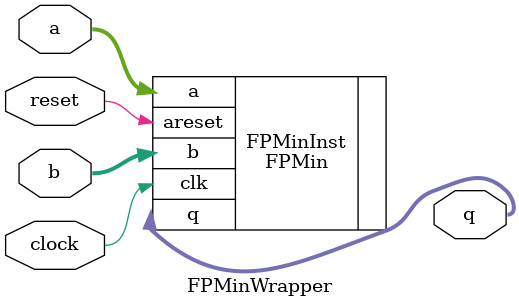
<source format=v>
module FPMinWrapper (
    input  clock,
    input  reset,
    input  wire [31:0] a,
    input  wire [31:0] b,
    output wire [31:0] q
  );

  parameter LATENCY = 1;

  FPMin#(.LATENCY(LATENCY)) FPMinInst (
    .clk(clock)
  , .areset(reset)
  , .a(a)
  , .b(b)
  , .q(q)
  );
endmodule

</source>
